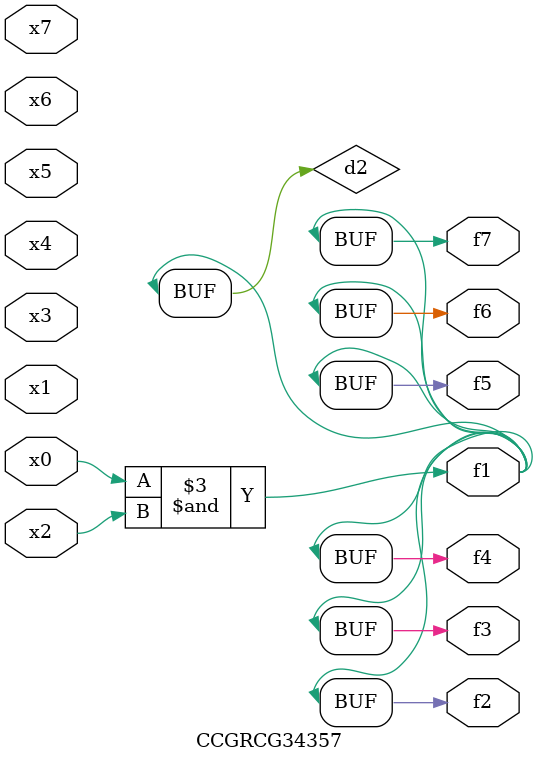
<source format=v>
module CCGRCG34357(
	input x0, x1, x2, x3, x4, x5, x6, x7,
	output f1, f2, f3, f4, f5, f6, f7
);

	wire d1, d2;

	nor (d1, x3, x6);
	and (d2, x0, x2);
	assign f1 = d2;
	assign f2 = d2;
	assign f3 = d2;
	assign f4 = d2;
	assign f5 = d2;
	assign f6 = d2;
	assign f7 = d2;
endmodule

</source>
